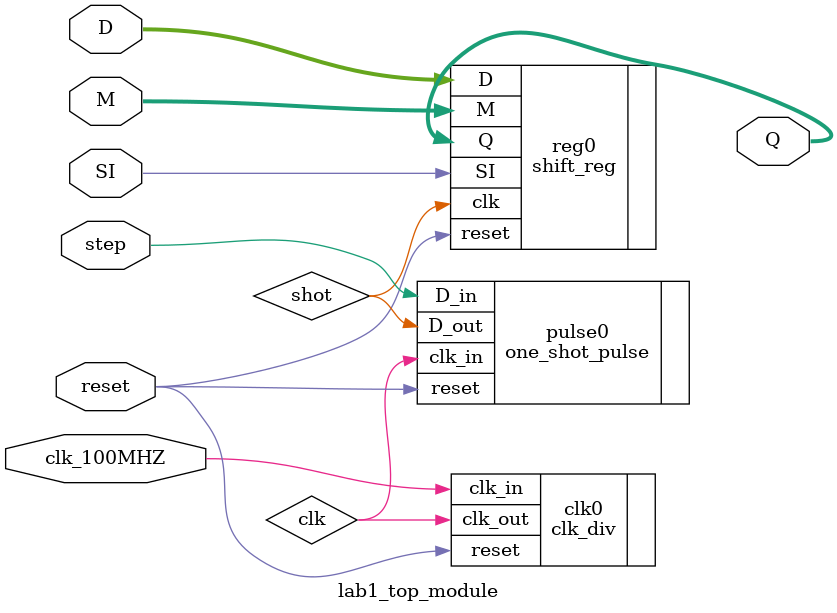
<source format=v>
`timescale 1ns / 1ps
/****************************************************
* File name: lab1_top_module
* Project: Lab 1_301
* Designer: Vinh Vu
* Email: vincentvinhvu@yahoo.com
* Rev. Date: Feb. 7, 2017
*
* Purpose: This module a top level module. The module
* is constructed based on the top level diagram provided
* within the lab 1 instructions. This top level implements 
* the clk_div, one_shot_pulse, and shift_reg modules
* together to implement the entire lab onto the board. 
*
* Notes: 
*****************************************************/
module lab1_top_module(clk_100MHZ, reset, step, M, SI, D, Q);
	input clk_100MHZ, reset, step, SI;
	input [1:0] M;
	input [3:0] D;
	output [3:0] Q;
	
	wire clk;
	wire shot; 
	
	clk_div clk0(.clk_in(clk_100MHZ), .reset(reset), .clk_out(clk)); 
	one_shot_pulse pulse0( .clk_in(clk), .reset(reset), .D_in(step), .D_out(shot));
	shift_reg reg0( .clk(shot), .reset(reset), .M(M), .SI(SI), .D(D), .Q(Q));
	
endmodule

</source>
